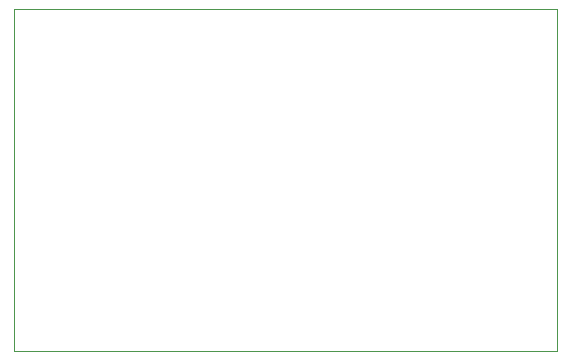
<source format=gm1>
%TF.GenerationSoftware,KiCad,Pcbnew,8.0.5*%
%TF.CreationDate,2024-12-30T22:08:37+01:00*%
%TF.ProjectId,Projet2,50726f6a-6574-4322-9e6b-696361645f70,V1*%
%TF.SameCoordinates,Original*%
%TF.FileFunction,Profile,NP*%
%FSLAX46Y46*%
G04 Gerber Fmt 4.6, Leading zero omitted, Abs format (unit mm)*
G04 Created by KiCad (PCBNEW 8.0.5) date 2024-12-30 22:08:37*
%MOMM*%
%LPD*%
G01*
G04 APERTURE LIST*
%TA.AperFunction,Profile*%
%ADD10C,0.050000*%
%TD*%
G04 APERTURE END LIST*
D10*
X25000000Y-25000000D02*
X71000000Y-25000000D01*
X71000000Y-54000000D01*
X25000000Y-54000000D01*
X25000000Y-25000000D01*
M02*

</source>
